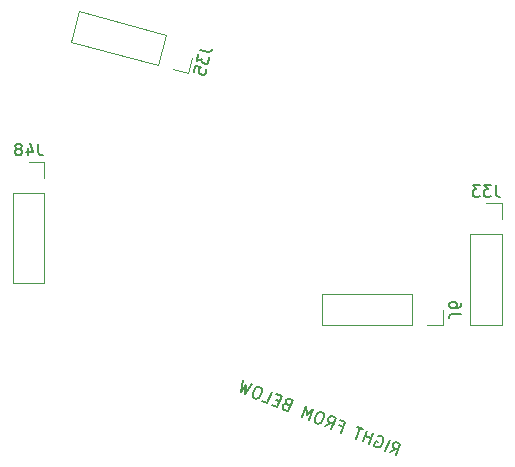
<source format=gbr>
G04 #@! TF.GenerationSoftware,KiCad,Pcbnew,(5.1.4)-1*
G04 #@! TF.CreationDate,2023-02-10T21:13:35-05:00*
G04 #@! TF.ProjectId,ThumbsUp,5468756d-6273-4557-902e-6b696361645f,rev?*
G04 #@! TF.SameCoordinates,Original*
G04 #@! TF.FileFunction,Legend,Bot*
G04 #@! TF.FilePolarity,Positive*
%FSLAX46Y46*%
G04 Gerber Fmt 4.6, Leading zero omitted, Abs format (unit mm)*
G04 Created by KiCad (PCBNEW (5.1.4)-1) date 2023-02-10 21:13:35*
%MOMM*%
%LPD*%
G04 APERTURE LIST*
%ADD10C,0.150000*%
%ADD11C,0.120000*%
G04 APERTURE END LIST*
D10*
X184629295Y-358825026D02*
X185116740Y-358508379D01*
X185159114Y-359039087D02*
X185533721Y-358111903D01*
X185180508Y-357969196D01*
X185074366Y-357977671D01*
X185012376Y-358003984D01*
X184932548Y-358074449D01*
X184879033Y-358206904D01*
X184887508Y-358313045D01*
X184913821Y-358375035D01*
X184984286Y-358454864D01*
X185337499Y-358597571D01*
X184231931Y-358664481D02*
X184606537Y-357737297D01*
X183661515Y-357406842D02*
X183767657Y-357398367D01*
X183900111Y-357451882D01*
X184014728Y-357549549D01*
X184067354Y-357673529D01*
X184075829Y-357779671D01*
X184048627Y-357974116D01*
X183995112Y-358106570D01*
X183879607Y-358265338D01*
X183799778Y-358335803D01*
X183675798Y-358388430D01*
X183525505Y-358379066D01*
X183437202Y-358343389D01*
X183322585Y-358245722D01*
X183296272Y-358183732D01*
X183421141Y-357874671D01*
X183597747Y-357946025D01*
X182863231Y-358111490D02*
X183237837Y-357184306D01*
X183059453Y-357625822D02*
X182529634Y-357411761D01*
X182333411Y-357897429D02*
X182708018Y-356970245D01*
X182398957Y-356845376D02*
X181869137Y-356631315D01*
X181759440Y-357665530D02*
X182134047Y-356738346D01*
X180366205Y-356537679D02*
X180675266Y-356662548D01*
X180479044Y-357148216D02*
X180853650Y-356221032D01*
X180412134Y-356042648D01*
X179154495Y-356613064D02*
X179641941Y-356296416D01*
X179684315Y-356827124D02*
X180058921Y-355899941D01*
X179705708Y-355757233D01*
X179599567Y-355765708D01*
X179537577Y-355792021D01*
X179457748Y-355862486D01*
X179404233Y-355994941D01*
X179412708Y-356101083D01*
X179439021Y-356163073D01*
X179509486Y-356242901D01*
X179862699Y-356385608D01*
X178955131Y-355453980D02*
X178778524Y-355382627D01*
X178672383Y-355391102D01*
X178548403Y-355443728D01*
X178432897Y-355602496D01*
X178308029Y-355911557D01*
X178280827Y-356106002D01*
X178333453Y-356229982D01*
X178403918Y-356309811D01*
X178580524Y-356381164D01*
X178686666Y-356372689D01*
X178810646Y-356320063D01*
X178926151Y-356161295D01*
X179051020Y-355852234D01*
X179078222Y-355657789D01*
X179025596Y-355533809D01*
X178955131Y-355453980D01*
X177785795Y-356060073D02*
X178160402Y-355132889D01*
X177583764Y-355670294D01*
X177542279Y-354883151D01*
X177167673Y-355810335D01*
X175906892Y-354736000D02*
X175756599Y-354726636D01*
X175694609Y-354752949D01*
X175614780Y-354823414D01*
X175561265Y-354955869D01*
X175569740Y-355062011D01*
X175596053Y-355124001D01*
X175666518Y-355203829D01*
X176019731Y-355346536D01*
X176394337Y-354419353D01*
X176085276Y-354294484D01*
X175979134Y-354302959D01*
X175917144Y-354329272D01*
X175837316Y-354399737D01*
X175801639Y-354488040D01*
X175810114Y-354594181D01*
X175836427Y-354656171D01*
X175906892Y-354736000D01*
X176215953Y-354860869D01*
X175288769Y-354486262D02*
X174979708Y-354361393D01*
X174651031Y-354793546D02*
X175092547Y-354971930D01*
X175467153Y-354044746D01*
X175025637Y-353866362D01*
X173812150Y-354454616D02*
X174253666Y-354633000D01*
X174628273Y-353705816D01*
X173701089Y-353331210D02*
X173524483Y-353259856D01*
X173418341Y-353268331D01*
X173294361Y-353320957D01*
X173178856Y-353479725D01*
X173053987Y-353788787D01*
X173026785Y-353983231D01*
X173079411Y-354107211D01*
X173149876Y-354187040D01*
X173326482Y-354258394D01*
X173432624Y-354249919D01*
X173556604Y-354197292D01*
X173672109Y-354038524D01*
X173796978Y-353729463D01*
X173824180Y-353535018D01*
X173771554Y-353411038D01*
X173701089Y-353331210D01*
X172994663Y-353045795D02*
X172399299Y-353883787D01*
X172490268Y-353150159D01*
X172046086Y-353741080D01*
X172199934Y-352724704D01*
D11*
X155384489Y-334229102D02*
X154054489Y-334229102D01*
X155384489Y-335559102D02*
X155384489Y-334229102D01*
X155384489Y-336829102D02*
X152724489Y-336829102D01*
X152724489Y-336829102D02*
X152724489Y-344509102D01*
X155384489Y-336829102D02*
X155384489Y-344509102D01*
X155384489Y-344509102D02*
X152724489Y-344509102D01*
X167532059Y-326706043D02*
X167876288Y-325421361D01*
X166247378Y-326361813D02*
X167532059Y-326706043D01*
X165020652Y-326033113D02*
X165709111Y-323463750D01*
X165709111Y-323463750D02*
X158290800Y-321476020D01*
X165020652Y-326033113D02*
X157602342Y-324045383D01*
X157602342Y-324045383D02*
X158290800Y-321476020D01*
X194106987Y-337713573D02*
X192776987Y-337713573D01*
X194106987Y-339043573D02*
X194106987Y-337713573D01*
X194106987Y-340313573D02*
X191446987Y-340313573D01*
X191446987Y-340313573D02*
X191446987Y-347993573D01*
X194106987Y-340313573D02*
X194106987Y-347993573D01*
X194106987Y-347993573D02*
X191446987Y-347993573D01*
X189136132Y-348061045D02*
X189136132Y-346731045D01*
X187806132Y-348061045D02*
X189136132Y-348061045D01*
X186536132Y-348061045D02*
X186536132Y-345401045D01*
X186536132Y-345401045D02*
X178856132Y-345401045D01*
X186536132Y-348061045D02*
X178856132Y-348061045D01*
X178856132Y-348061045D02*
X178856132Y-345401045D01*
D10*
X154864012Y-332681482D02*
X154864012Y-333395768D01*
X154911631Y-333538625D01*
X155006869Y-333633863D01*
X155149727Y-333681482D01*
X155244965Y-333681482D01*
X153959250Y-333014816D02*
X153959250Y-333681482D01*
X154197346Y-332633863D02*
X154435441Y-333348149D01*
X153816393Y-333348149D01*
X153292584Y-333110054D02*
X153387822Y-333062435D01*
X153435441Y-333014816D01*
X153483060Y-332919578D01*
X153483060Y-332871959D01*
X153435441Y-332776721D01*
X153387822Y-332729102D01*
X153292584Y-332681482D01*
X153102108Y-332681482D01*
X153006869Y-332729102D01*
X152959250Y-332776721D01*
X152911631Y-332871959D01*
X152911631Y-332919578D01*
X152959250Y-333014816D01*
X153006869Y-333062435D01*
X153102108Y-333110054D01*
X153292584Y-333110054D01*
X153387822Y-333157673D01*
X153435441Y-333205292D01*
X153483060Y-333300530D01*
X153483060Y-333491006D01*
X153435441Y-333586244D01*
X153387822Y-333633863D01*
X153292584Y-333681482D01*
X153102108Y-333681482D01*
X153006869Y-333633863D01*
X152959250Y-333586244D01*
X152911631Y-333491006D01*
X152911631Y-333300530D01*
X152959250Y-333205292D01*
X153006869Y-333157673D01*
X153102108Y-333110054D01*
X168522774Y-324756505D02*
X169212721Y-324941376D01*
X169363035Y-324932354D01*
X169479678Y-324865010D01*
X169562648Y-324739346D01*
X169587298Y-324647353D01*
X168424177Y-325124477D02*
X168263955Y-325722431D01*
X168718200Y-325499054D01*
X168681226Y-325637043D01*
X168702573Y-325741361D01*
X168736245Y-325799682D01*
X168815913Y-325870328D01*
X169045895Y-325931951D01*
X169150213Y-325910604D01*
X169208534Y-325876933D01*
X169279180Y-325797264D01*
X169353128Y-325521285D01*
X169331781Y-325416968D01*
X169298109Y-325358647D01*
X168029786Y-326596364D02*
X168153033Y-326136399D01*
X168625322Y-326213650D01*
X168567001Y-326247322D01*
X168496355Y-326326990D01*
X168434732Y-326556972D01*
X168456079Y-326661290D01*
X168489750Y-326719611D01*
X168569419Y-326790257D01*
X168799401Y-326851881D01*
X168903719Y-326830534D01*
X168962040Y-326796862D01*
X169032686Y-326717194D01*
X169094309Y-326487211D01*
X169072962Y-326382894D01*
X169039290Y-326324572D01*
X193586510Y-336165953D02*
X193586510Y-336880239D01*
X193634129Y-337023096D01*
X193729367Y-337118334D01*
X193872225Y-337165953D01*
X193967463Y-337165953D01*
X193205558Y-336165953D02*
X192586510Y-336165953D01*
X192919844Y-336546906D01*
X192776987Y-336546906D01*
X192681748Y-336594525D01*
X192634129Y-336642144D01*
X192586510Y-336737382D01*
X192586510Y-336975477D01*
X192634129Y-337070715D01*
X192681748Y-337118334D01*
X192776987Y-337165953D01*
X193062701Y-337165953D01*
X193157939Y-337118334D01*
X193205558Y-337070715D01*
X192253177Y-336165953D02*
X191634129Y-336165953D01*
X191967463Y-336546906D01*
X191824606Y-336546906D01*
X191729367Y-336594525D01*
X191681748Y-336642144D01*
X191634129Y-336737382D01*
X191634129Y-336975477D01*
X191681748Y-337070715D01*
X191729367Y-337118334D01*
X191824606Y-337165953D01*
X192110320Y-337165953D01*
X192205558Y-337118334D01*
X192253177Y-337070715D01*
X190683751Y-347064378D02*
X189969465Y-347064378D01*
X189826608Y-347111997D01*
X189731370Y-347207235D01*
X189683751Y-347350092D01*
X189683751Y-347445330D01*
X190683751Y-346159616D02*
X190683751Y-346350092D01*
X190636132Y-346445330D01*
X190588512Y-346492949D01*
X190445655Y-346588187D01*
X190255179Y-346635806D01*
X189874227Y-346635806D01*
X189778989Y-346588187D01*
X189731370Y-346540568D01*
X189683751Y-346445330D01*
X189683751Y-346254854D01*
X189731370Y-346159616D01*
X189778989Y-346111997D01*
X189874227Y-346064378D01*
X190112322Y-346064378D01*
X190207560Y-346111997D01*
X190255179Y-346159616D01*
X190302798Y-346254854D01*
X190302798Y-346445330D01*
X190255179Y-346540568D01*
X190207560Y-346588187D01*
X190112322Y-346635806D01*
M02*

</source>
